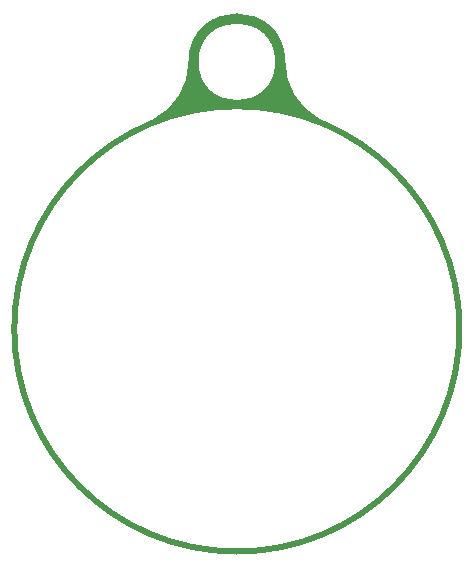
<source format=gto>
G04 #@! TF.GenerationSoftware,KiCad,Pcbnew,(5.0.1)-3*
G04 #@! TF.CreationDate,2019-02-13T15:59:19-08:00*
G04 #@! TF.ProjectId,ruddock_crest,727564646F636B5F63726573742E6B69,A*
G04 #@! TF.SameCoordinates,Original*
G04 #@! TF.FileFunction,Legend,Top*
G04 #@! TF.FilePolarity,Positive*
%FSLAX46Y46*%
G04 Gerber Fmt 4.6, Leading zero omitted, Abs format (unit mm)*
G04 Created by KiCad (PCBNEW (5.0.1)-3) date 2/13/2019 3:59:19 PM*
%MOMM*%
%LPD*%
G01*
G04 APERTURE LIST*
%ADD10C,0.150000*%
%ADD11C,0.570000*%
%ADD12C,0.500000*%
G04 APERTURE END LIST*
D10*
G36*
X146812000Y-89916000D02*
X141986000Y-88900000D01*
X143764000Y-87630000D01*
X144780000Y-85852000D01*
X145542000Y-88138000D01*
X146812000Y-89916000D01*
X146812000Y-89916000D01*
G37*
X146812000Y-89916000D02*
X141986000Y-88900000D01*
X143764000Y-87630000D01*
X144780000Y-85852000D01*
X145542000Y-88138000D01*
X146812000Y-89916000D01*
G36*
X135128000Y-89916000D02*
X139954000Y-88900000D01*
X138430000Y-87884000D01*
X137160000Y-85852000D01*
X136398000Y-88138000D01*
X135128000Y-89916000D01*
G37*
X135128000Y-89916000D02*
X139954000Y-88900000D01*
X138430000Y-87884000D01*
X137160000Y-85852000D01*
X136398000Y-88138000D01*
X135128000Y-89916000D01*
D11*
X147689485Y-90322987D02*
G75*
G02X144780000Y-85344000I2805515J4978987D01*
G01*
D12*
X137124610Y-85347465D02*
G75*
G02X133984999Y-90423999I-5679610J3465D01*
G01*
D11*
X137160000Y-85344000D02*
G75*
G02X144780000Y-85344000I3810000J0D01*
G01*
D12*
X144470000Y-85344000D02*
G75*
G03X144470000Y-85344000I-3500000J0D01*
G01*
X159820000Y-107950000D02*
G75*
G03X159820000Y-107950000I-18850000J0D01*
G01*
M02*

</source>
